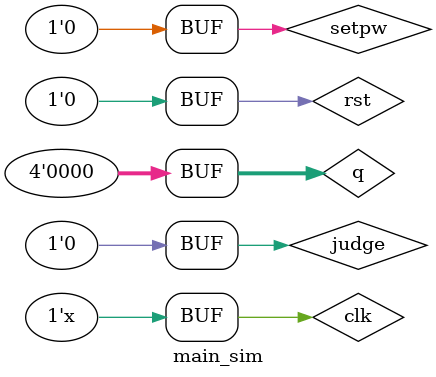
<source format=v>
`timescale 1ns / 1ps


module main_sim(

    );
    reg clk, rst, setpw, judge;
    reg [3:0]q;//4-bit input
    wire [6:0]led;//real-time display
    wire [3:0]pos;//real-time display position
    wire [6:0]countdown;//countdown display
    wire led_countdown;//countdown display position
    wire staus;
    main m1(clk,q[0],q[1],q[2],q[3],rst,setpw,judge,pos,led,led_countdown,countdown,staus);
    initial
    begin
        clk = 0; rst = 0; setpw = 0; judge = 0;
        q = 4'b0000;
        
        /* Password reset test */
        #400 setpw = 1;
        #400 q[0] = ~q[0];
        #400 q[0] = ~q[0];
        #400 q[1] = ~q[1];
        #400 q[1] = ~q[1];
        #400 setpw = 0;
        
        /* Timeout test */
        #400 judge = ~judge;
        #400 q[0] = ~q[0];
        #400 q[0] = ~q[0];
        #400 q[1] = ~q[1];
        #400 q[1] = ~q[1];
        #100 judge = ~judge;
        
        /* Unlock test */
        #400 judge = ~judge;
        #100 q[0] = ~q[0];
        #100 q[0] = ~q[0];
        #100 q[1] = ~q[1];
        #100 q[1] = ~q[1];
        #1000 judge = ~judge;
        
        /* Reset test */
        #400 judge = ~judge;
        #50 q[0] = ~q[0];
        #50 q[0] = ~q[0];
        #200 rst =  1;
        #200 rst = 0;
        #50 q[0] = ~q[0];
        #50 q[0] = ~q[0];
        #50 q[1] = ~q[1];
        #50 q[1] = ~q[1];
        #1000 judge = ~judge;
    end
    
    always #1 clk = ~clk;
    
endmodule

</source>
